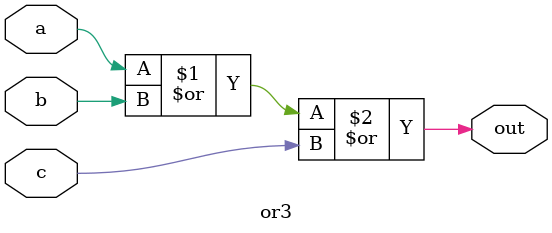
<source format=v>
`timescale 1ns/10ps

module or3(a, b, c, out);

input a, b, c;
output out;

assign #10 out = a | b | c;

endmodule

</source>
